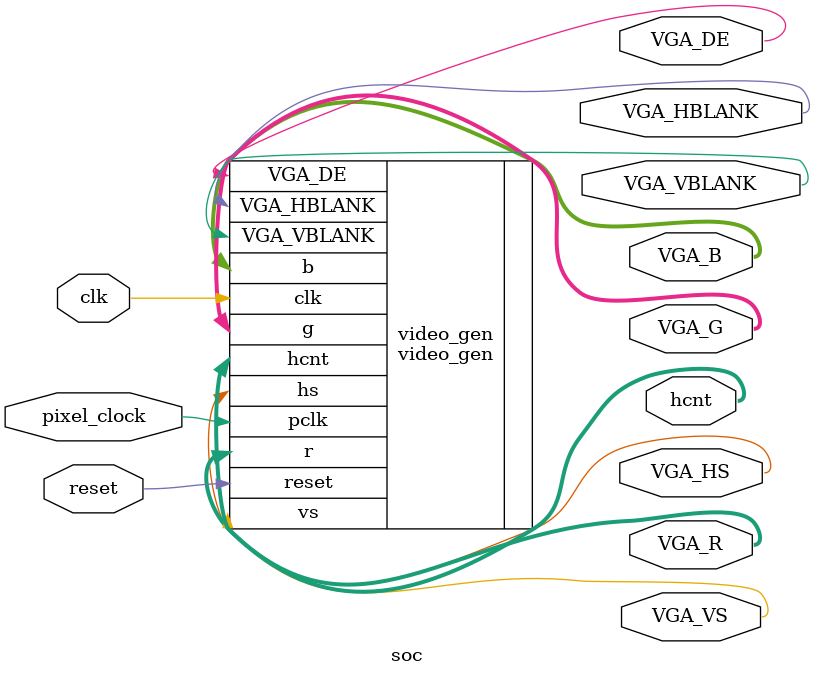
<source format=v>

module soc (
   input  reset,
	input  clk,
   input  pixel_clock,
   output [9:0] hcnt,
   output VGA_HS,
   output VGA_VS,
   output [7:0] VGA_R,
   output [7:0] VGA_G,
   output [7:0] VGA_B,
   output VGA_DE,
   output VGA_HBLANK,
   output VGA_VBLANK
);



video_gen video_gen (
	 .reset (reset),
	 .hcnt(hcnt),
	 .clk   (clk),
	 .pclk  (pixel_clock),
	 .hs    (VGA_HS),
	 .vs    (VGA_VS),
	 .r     (VGA_R),
	 .g     (VGA_G),
	 .b     (VGA_B),
	 .VGA_HBLANK(VGA_HBLANK),
	 .VGA_VBLANK(VGA_VBLANK),
	 .VGA_DE(VGA_DE)
);
					


endmodule

</source>
